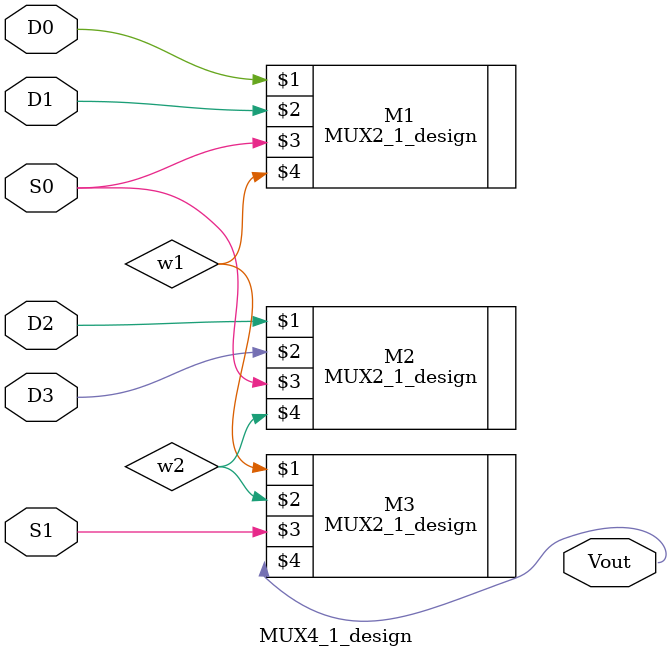
<source format=v>
module MUX4_1_design(
    input D0,
    input D1,
    input D2,
    input D3,
    input S0,
    input S1,
    output Vout
    );
    wire w1, w2;
    MUX2_1_design M1(D0, D1, S0, w1);
    MUX2_1_design M2(D2, D3, S0, w2);
    MUX2_1_design M3(w1, w2, S1, Vout);
endmodule
</source>
